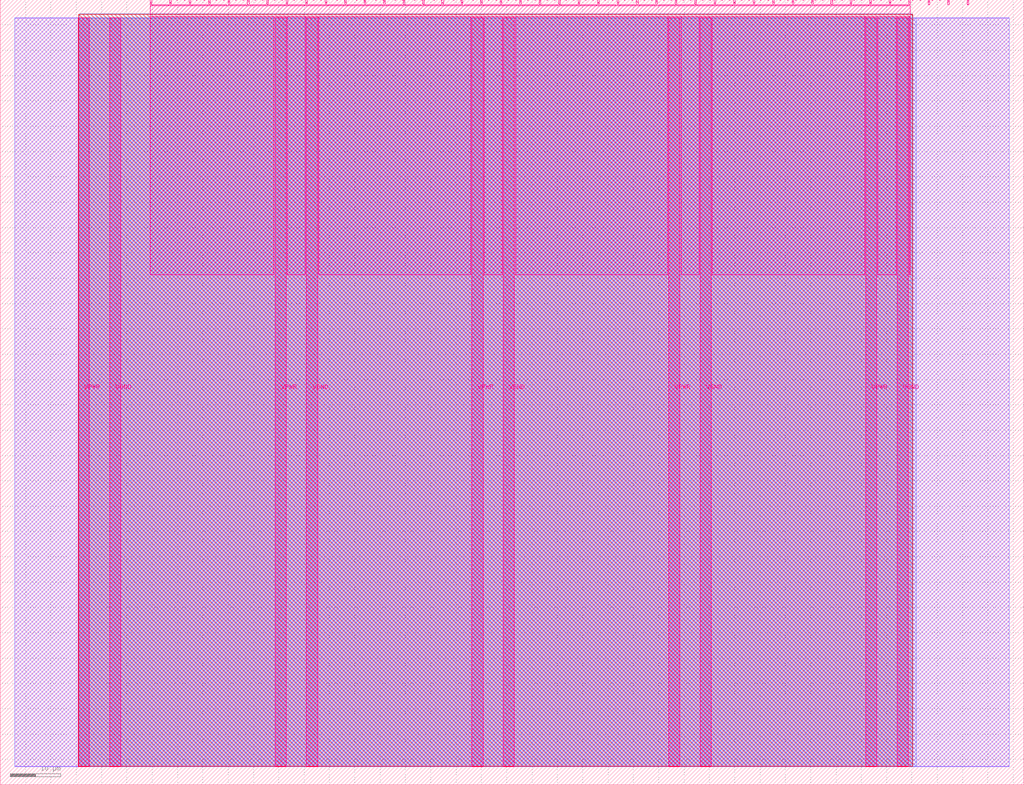
<source format=lef>
VERSION 5.7 ;
  NOWIREEXTENSIONATPIN ON ;
  DIVIDERCHAR "/" ;
  BUSBITCHARS "[]" ;
MACRO tt_um_array_mult_structural_sectionD_group3
  CLASS BLOCK ;
  FOREIGN tt_um_array_mult_structural_sectionD_group3 ;
  ORIGIN 0.000 0.000 ;
  SIZE 202.080 BY 154.980 ;
  PIN VGND
    DIRECTION INOUT ;
    USE GROUND ;
    PORT
      LAYER Metal5 ;
        RECT 21.580 3.560 23.780 151.420 ;
    END
    PORT
      LAYER Metal5 ;
        RECT 60.450 3.560 62.650 151.420 ;
    END
    PORT
      LAYER Metal5 ;
        RECT 99.320 3.560 101.520 151.420 ;
    END
    PORT
      LAYER Metal5 ;
        RECT 138.190 3.560 140.390 151.420 ;
    END
    PORT
      LAYER Metal5 ;
        RECT 177.060 3.560 179.260 151.420 ;
    END
  END VGND
  PIN VPWR
    DIRECTION INOUT ;
    USE POWER ;
    PORT
      LAYER Metal5 ;
        RECT 15.380 3.560 17.580 151.420 ;
    END
    PORT
      LAYER Metal5 ;
        RECT 54.250 3.560 56.450 151.420 ;
    END
    PORT
      LAYER Metal5 ;
        RECT 93.120 3.560 95.320 151.420 ;
    END
    PORT
      LAYER Metal5 ;
        RECT 131.990 3.560 134.190 151.420 ;
    END
    PORT
      LAYER Metal5 ;
        RECT 170.860 3.560 173.060 151.420 ;
    END
  END VPWR
  PIN clk
    DIRECTION INPUT ;
    USE SIGNAL ;
    PORT
      LAYER Metal5 ;
        RECT 187.050 153.980 187.350 154.980 ;
    END
  END clk
  PIN ena
    DIRECTION INPUT ;
    USE SIGNAL ;
    PORT
      LAYER Metal5 ;
        RECT 190.890 153.980 191.190 154.980 ;
    END
  END ena
  PIN rst_n
    DIRECTION INPUT ;
    USE SIGNAL ;
    PORT
      LAYER Metal5 ;
        RECT 183.210 153.980 183.510 154.980 ;
    END
  END rst_n
  PIN ui_in[0]
    DIRECTION INPUT ;
    USE SIGNAL ;
    ANTENNAGATEAREA 0.213200 ;
    PORT
      LAYER Metal5 ;
        RECT 179.370 153.980 179.670 154.980 ;
    END
  END ui_in[0]
  PIN ui_in[1]
    DIRECTION INPUT ;
    USE SIGNAL ;
    ANTENNAGATEAREA 0.213200 ;
    PORT
      LAYER Metal5 ;
        RECT 175.530 153.980 175.830 154.980 ;
    END
  END ui_in[1]
  PIN ui_in[2]
    DIRECTION INPUT ;
    USE SIGNAL ;
    ANTENNAGATEAREA 0.180700 ;
    PORT
      LAYER Metal5 ;
        RECT 171.690 153.980 171.990 154.980 ;
    END
  END ui_in[2]
  PIN ui_in[3]
    DIRECTION INPUT ;
    USE SIGNAL ;
    ANTENNAGATEAREA 0.213200 ;
    PORT
      LAYER Metal5 ;
        RECT 167.850 153.980 168.150 154.980 ;
    END
  END ui_in[3]
  PIN ui_in[4]
    DIRECTION INPUT ;
    USE SIGNAL ;
    ANTENNAGATEAREA 0.314600 ;
    PORT
      LAYER Metal5 ;
        RECT 164.010 153.980 164.310 154.980 ;
    END
  END ui_in[4]
  PIN ui_in[5]
    DIRECTION INPUT ;
    USE SIGNAL ;
    ANTENNAGATEAREA 0.213200 ;
    PORT
      LAYER Metal5 ;
        RECT 160.170 153.980 160.470 154.980 ;
    END
  END ui_in[5]
  PIN ui_in[6]
    DIRECTION INPUT ;
    USE SIGNAL ;
    ANTENNAGATEAREA 0.213200 ;
    PORT
      LAYER Metal5 ;
        RECT 156.330 153.980 156.630 154.980 ;
    END
  END ui_in[6]
  PIN ui_in[7]
    DIRECTION INPUT ;
    USE SIGNAL ;
    ANTENNAGATEAREA 0.213200 ;
    PORT
      LAYER Metal5 ;
        RECT 152.490 153.980 152.790 154.980 ;
    END
  END ui_in[7]
  PIN uio_in[0]
    DIRECTION INPUT ;
    USE SIGNAL ;
    PORT
      LAYER Metal5 ;
        RECT 148.650 153.980 148.950 154.980 ;
    END
  END uio_in[0]
  PIN uio_in[1]
    DIRECTION INPUT ;
    USE SIGNAL ;
    PORT
      LAYER Metal5 ;
        RECT 144.810 153.980 145.110 154.980 ;
    END
  END uio_in[1]
  PIN uio_in[2]
    DIRECTION INPUT ;
    USE SIGNAL ;
    PORT
      LAYER Metal5 ;
        RECT 140.970 153.980 141.270 154.980 ;
    END
  END uio_in[2]
  PIN uio_in[3]
    DIRECTION INPUT ;
    USE SIGNAL ;
    PORT
      LAYER Metal5 ;
        RECT 137.130 153.980 137.430 154.980 ;
    END
  END uio_in[3]
  PIN uio_in[4]
    DIRECTION INPUT ;
    USE SIGNAL ;
    PORT
      LAYER Metal5 ;
        RECT 133.290 153.980 133.590 154.980 ;
    END
  END uio_in[4]
  PIN uio_in[5]
    DIRECTION INPUT ;
    USE SIGNAL ;
    PORT
      LAYER Metal5 ;
        RECT 129.450 153.980 129.750 154.980 ;
    END
  END uio_in[5]
  PIN uio_in[6]
    DIRECTION INPUT ;
    USE SIGNAL ;
    PORT
      LAYER Metal5 ;
        RECT 125.610 153.980 125.910 154.980 ;
    END
  END uio_in[6]
  PIN uio_in[7]
    DIRECTION INPUT ;
    USE SIGNAL ;
    PORT
      LAYER Metal5 ;
        RECT 121.770 153.980 122.070 154.980 ;
    END
  END uio_in[7]
  PIN uio_oe[0]
    DIRECTION OUTPUT ;
    USE SIGNAL ;
    ANTENNADIFFAREA 0.299200 ;
    PORT
      LAYER Metal5 ;
        RECT 56.490 153.980 56.790 154.980 ;
    END
  END uio_oe[0]
  PIN uio_oe[1]
    DIRECTION OUTPUT ;
    USE SIGNAL ;
    ANTENNADIFFAREA 0.299200 ;
    PORT
      LAYER Metal5 ;
        RECT 52.650 153.980 52.950 154.980 ;
    END
  END uio_oe[1]
  PIN uio_oe[2]
    DIRECTION OUTPUT ;
    USE SIGNAL ;
    ANTENNADIFFAREA 0.299200 ;
    PORT
      LAYER Metal5 ;
        RECT 48.810 153.980 49.110 154.980 ;
    END
  END uio_oe[2]
  PIN uio_oe[3]
    DIRECTION OUTPUT ;
    USE SIGNAL ;
    ANTENNADIFFAREA 0.299200 ;
    PORT
      LAYER Metal5 ;
        RECT 44.970 153.980 45.270 154.980 ;
    END
  END uio_oe[3]
  PIN uio_oe[4]
    DIRECTION OUTPUT ;
    USE SIGNAL ;
    ANTENNADIFFAREA 0.299200 ;
    PORT
      LAYER Metal5 ;
        RECT 41.130 153.980 41.430 154.980 ;
    END
  END uio_oe[4]
  PIN uio_oe[5]
    DIRECTION OUTPUT ;
    USE SIGNAL ;
    ANTENNADIFFAREA 0.299200 ;
    PORT
      LAYER Metal5 ;
        RECT 37.290 153.980 37.590 154.980 ;
    END
  END uio_oe[5]
  PIN uio_oe[6]
    DIRECTION OUTPUT ;
    USE SIGNAL ;
    ANTENNADIFFAREA 0.299200 ;
    PORT
      LAYER Metal5 ;
        RECT 33.450 153.980 33.750 154.980 ;
    END
  END uio_oe[6]
  PIN uio_oe[7]
    DIRECTION OUTPUT ;
    USE SIGNAL ;
    ANTENNADIFFAREA 0.299200 ;
    PORT
      LAYER Metal5 ;
        RECT 29.610 153.980 29.910 154.980 ;
    END
  END uio_oe[7]
  PIN uio_out[0]
    DIRECTION OUTPUT ;
    USE SIGNAL ;
    ANTENNADIFFAREA 0.299200 ;
    PORT
      LAYER Metal5 ;
        RECT 87.210 153.980 87.510 154.980 ;
    END
  END uio_out[0]
  PIN uio_out[1]
    DIRECTION OUTPUT ;
    USE SIGNAL ;
    ANTENNADIFFAREA 0.299200 ;
    PORT
      LAYER Metal5 ;
        RECT 83.370 153.980 83.670 154.980 ;
    END
  END uio_out[1]
  PIN uio_out[2]
    DIRECTION OUTPUT ;
    USE SIGNAL ;
    ANTENNADIFFAREA 0.299200 ;
    PORT
      LAYER Metal5 ;
        RECT 79.530 153.980 79.830 154.980 ;
    END
  END uio_out[2]
  PIN uio_out[3]
    DIRECTION OUTPUT ;
    USE SIGNAL ;
    ANTENNADIFFAREA 0.299200 ;
    PORT
      LAYER Metal5 ;
        RECT 75.690 153.980 75.990 154.980 ;
    END
  END uio_out[3]
  PIN uio_out[4]
    DIRECTION OUTPUT ;
    USE SIGNAL ;
    ANTENNADIFFAREA 0.299200 ;
    PORT
      LAYER Metal5 ;
        RECT 71.850 153.980 72.150 154.980 ;
    END
  END uio_out[4]
  PIN uio_out[5]
    DIRECTION OUTPUT ;
    USE SIGNAL ;
    ANTENNADIFFAREA 0.299200 ;
    PORT
      LAYER Metal5 ;
        RECT 68.010 153.980 68.310 154.980 ;
    END
  END uio_out[5]
  PIN uio_out[6]
    DIRECTION OUTPUT ;
    USE SIGNAL ;
    ANTENNADIFFAREA 0.299200 ;
    PORT
      LAYER Metal5 ;
        RECT 64.170 153.980 64.470 154.980 ;
    END
  END uio_out[6]
  PIN uio_out[7]
    DIRECTION OUTPUT ;
    USE SIGNAL ;
    ANTENNADIFFAREA 0.299200 ;
    PORT
      LAYER Metal5 ;
        RECT 60.330 153.980 60.630 154.980 ;
    END
  END uio_out[7]
  PIN uo_out[0]
    DIRECTION OUTPUT ;
    USE SIGNAL ;
    ANTENNADIFFAREA 0.654800 ;
    PORT
      LAYER Metal5 ;
        RECT 117.930 153.980 118.230 154.980 ;
    END
  END uo_out[0]
  PIN uo_out[1]
    DIRECTION OUTPUT ;
    USE SIGNAL ;
    ANTENNADIFFAREA 0.654800 ;
    PORT
      LAYER Metal5 ;
        RECT 114.090 153.980 114.390 154.980 ;
    END
  END uo_out[1]
  PIN uo_out[2]
    DIRECTION OUTPUT ;
    USE SIGNAL ;
    ANTENNADIFFAREA 0.654800 ;
    PORT
      LAYER Metal5 ;
        RECT 110.250 153.980 110.550 154.980 ;
    END
  END uo_out[2]
  PIN uo_out[3]
    DIRECTION OUTPUT ;
    USE SIGNAL ;
    ANTENNADIFFAREA 0.654800 ;
    PORT
      LAYER Metal5 ;
        RECT 106.410 153.980 106.710 154.980 ;
    END
  END uo_out[3]
  PIN uo_out[4]
    DIRECTION OUTPUT ;
    USE SIGNAL ;
    ANTENNADIFFAREA 0.654800 ;
    PORT
      LAYER Metal5 ;
        RECT 102.570 153.980 102.870 154.980 ;
    END
  END uo_out[4]
  PIN uo_out[5]
    DIRECTION OUTPUT ;
    USE SIGNAL ;
    ANTENNADIFFAREA 0.654800 ;
    PORT
      LAYER Metal5 ;
        RECT 98.730 153.980 99.030 154.980 ;
    END
  END uo_out[5]
  PIN uo_out[6]
    DIRECTION OUTPUT ;
    USE SIGNAL ;
    ANTENNADIFFAREA 0.654800 ;
    PORT
      LAYER Metal5 ;
        RECT 94.890 153.980 95.190 154.980 ;
    END
  END uo_out[6]
  PIN uo_out[7]
    DIRECTION OUTPUT ;
    USE SIGNAL ;
    ANTENNADIFFAREA 0.654800 ;
    PORT
      LAYER Metal5 ;
        RECT 91.050 153.980 91.350 154.980 ;
    END
  END uo_out[7]
  OBS
      LAYER GatPoly ;
        RECT 2.880 3.630 199.200 151.350 ;
      LAYER Metal1 ;
        RECT 2.880 3.560 199.200 151.420 ;
      LAYER Metal2 ;
        RECT 15.515 3.680 180.865 151.300 ;
      LAYER Metal3 ;
        RECT 15.560 3.635 180.100 152.185 ;
      LAYER Metal4 ;
        RECT 15.515 3.680 180.145 152.140 ;
      LAYER Metal5 ;
        RECT 30.120 153.770 33.240 153.980 ;
        RECT 33.960 153.770 37.080 153.980 ;
        RECT 37.800 153.770 40.920 153.980 ;
        RECT 41.640 153.770 44.760 153.980 ;
        RECT 45.480 153.770 48.600 153.980 ;
        RECT 49.320 153.770 52.440 153.980 ;
        RECT 53.160 153.770 56.280 153.980 ;
        RECT 57.000 153.770 60.120 153.980 ;
        RECT 60.840 153.770 63.960 153.980 ;
        RECT 64.680 153.770 67.800 153.980 ;
        RECT 68.520 153.770 71.640 153.980 ;
        RECT 72.360 153.770 75.480 153.980 ;
        RECT 76.200 153.770 79.320 153.980 ;
        RECT 80.040 153.770 83.160 153.980 ;
        RECT 83.880 153.770 87.000 153.980 ;
        RECT 87.720 153.770 90.840 153.980 ;
        RECT 91.560 153.770 94.680 153.980 ;
        RECT 95.400 153.770 98.520 153.980 ;
        RECT 99.240 153.770 102.360 153.980 ;
        RECT 103.080 153.770 106.200 153.980 ;
        RECT 106.920 153.770 110.040 153.980 ;
        RECT 110.760 153.770 113.880 153.980 ;
        RECT 114.600 153.770 117.720 153.980 ;
        RECT 118.440 153.770 121.560 153.980 ;
        RECT 122.280 153.770 125.400 153.980 ;
        RECT 126.120 153.770 129.240 153.980 ;
        RECT 129.960 153.770 133.080 153.980 ;
        RECT 133.800 153.770 136.920 153.980 ;
        RECT 137.640 153.770 140.760 153.980 ;
        RECT 141.480 153.770 144.600 153.980 ;
        RECT 145.320 153.770 148.440 153.980 ;
        RECT 149.160 153.770 152.280 153.980 ;
        RECT 153.000 153.770 156.120 153.980 ;
        RECT 156.840 153.770 159.960 153.980 ;
        RECT 160.680 153.770 163.800 153.980 ;
        RECT 164.520 153.770 167.640 153.980 ;
        RECT 168.360 153.770 171.480 153.980 ;
        RECT 172.200 153.770 175.320 153.980 ;
        RECT 176.040 153.770 179.160 153.980 ;
        RECT 29.660 151.630 179.620 153.770 ;
        RECT 29.660 100.655 54.040 151.630 ;
        RECT 56.660 100.655 60.240 151.630 ;
        RECT 62.860 100.655 92.910 151.630 ;
        RECT 95.530 100.655 99.110 151.630 ;
        RECT 101.730 100.655 131.780 151.630 ;
        RECT 134.400 100.655 137.980 151.630 ;
        RECT 140.600 100.655 170.650 151.630 ;
        RECT 173.270 100.655 176.850 151.630 ;
        RECT 179.470 100.655 179.620 151.630 ;
  END
END tt_um_array_mult_structural_sectionD_group3
END LIBRARY


</source>
